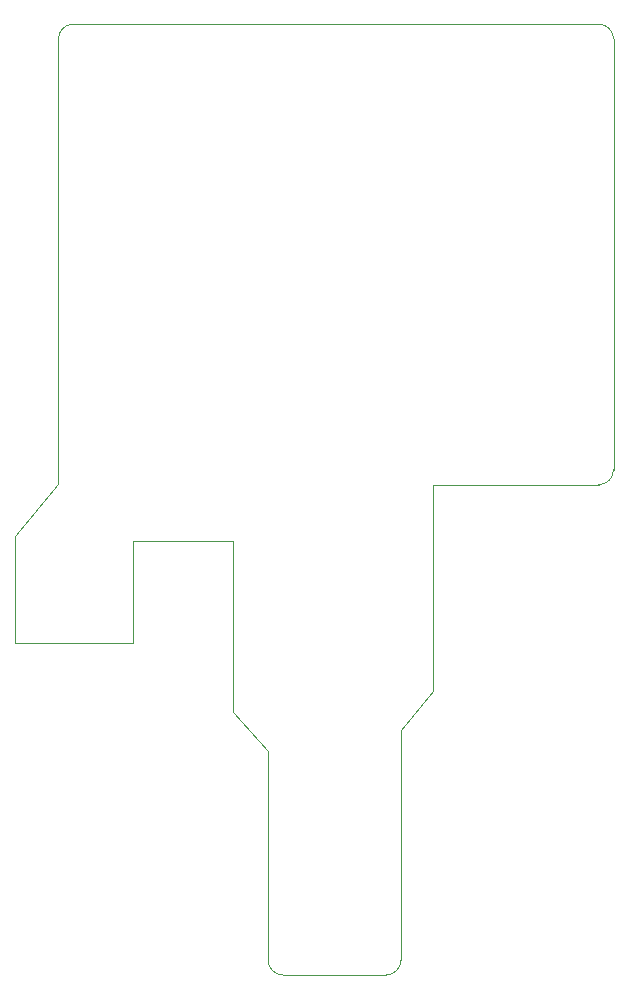
<source format=gbr>
G04 #@! TF.GenerationSoftware,KiCad,Pcbnew,5.1.2*
G04 #@! TF.CreationDate,2019-05-17T11:59:17-05:00*
G04 #@! TF.ProjectId,STM32F411Minimal,53544d33-3246-4343-9131-4d696e696d61,rev?*
G04 #@! TF.SameCoordinates,Original*
G04 #@! TF.FileFunction,Profile,NP*
%FSLAX46Y46*%
G04 Gerber Fmt 4.6, Leading zero omitted, Abs format (unit mm)*
G04 Created by KiCad (PCBNEW 5.1.2) date 2019-05-17 11:59:17*
%MOMM*%
%LPD*%
G04 APERTURE LIST*
%ADD10C,0.050000*%
G04 APERTURE END LIST*
D10*
X108600000Y-122050000D02*
X112250000Y-117650000D01*
X108600000Y-131150000D02*
X108600000Y-122050000D01*
X118600000Y-131150000D02*
X108600000Y-131150000D01*
X118600000Y-122500000D02*
X118600000Y-131150000D01*
X131250000Y-159250000D02*
G75*
G02X130000000Y-158000000I0J1250000D01*
G01*
X141250000Y-158000000D02*
G75*
G02X140000000Y-159250000I-1250000J0D01*
G01*
X159250000Y-116500000D02*
G75*
G02X158000000Y-117750000I-1250000J0D01*
G01*
X158000000Y-78750000D02*
G75*
G02X159250000Y-80000000I0J-1250000D01*
G01*
X112250000Y-80000000D02*
G75*
G02X113500000Y-78750000I1250000J0D01*
G01*
X112250000Y-117650000D02*
X112250000Y-80000000D01*
X127000000Y-122500000D02*
X118600000Y-122500000D01*
X127000000Y-137000000D02*
X127000000Y-122500000D01*
X130000000Y-140250000D02*
X127000000Y-137000000D01*
X130000000Y-158000000D02*
X130000000Y-140250000D01*
X140000000Y-159250000D02*
X131250000Y-159250000D01*
X141250000Y-138500000D02*
X141250000Y-158000000D01*
X144000000Y-135250000D02*
X141250000Y-138500000D01*
X144000000Y-117750000D02*
X144000000Y-135250000D01*
X158000000Y-117750000D02*
X144000000Y-117750000D01*
X159250000Y-80000000D02*
X159250000Y-116500000D01*
X113500000Y-78750000D02*
X158000000Y-78750000D01*
M02*

</source>
